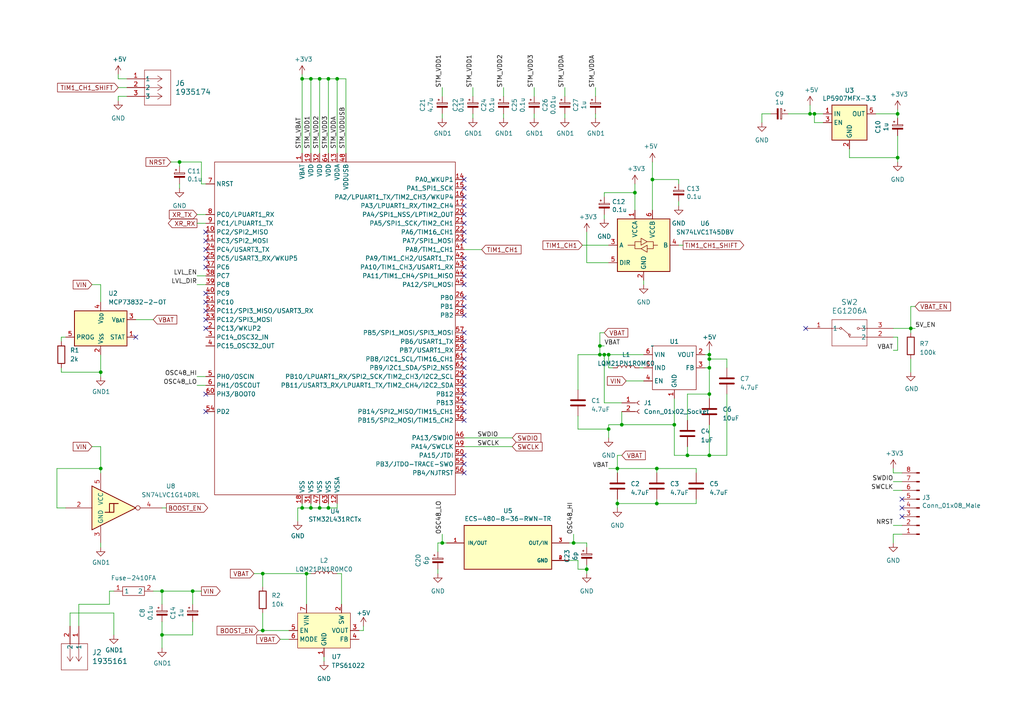
<source format=kicad_sch>
(kicad_sch (version 20231120) (generator "eeschema") (generator_version "8.0")
  (paper "A4")
  (lib_symbols
    (symbol "74xGxx:SN74LVC1G14DRL"
      (property "Reference" "U" (at 0 3.81 0))
      (property "Value" "SN74LVC1G14DRL" (at 0 -3.81 0))
      (symbol "SN74LVC1G14DRL_1_1"
        (pin no_connect line (at -7.62 5.08 180) (length 5.08) hide (name "NC") (number "1"))
        (pin input line (at -15.24 0 0) (length 7.62) (name "~") (number "2"))
        (pin power_in line (at -5.08 -10.16 90) (length 5.08) (name "GND") (number "3"))
        (pin output inverted (at 12.7 0 180) (length 7.62) (name "~") (number "4"))
        (pin power_in line (at -5.08 10.16 270) (length 5.08) (name "VCC") (number "5"))
      )
    )
    (symbol "Battery_Management:MCP73832-2-OT"
      (property "Reference" "U" (at -7.62 6.35 0))
      (property "Value" "MCP73832-2-OT" (at 1.27 6.35 0))
      (symbol "MCP73832-2-OT_1_1"
        (pin open_collector line (at 10.16 -2.54 180) (length 2.54) (name "STAT") (number "1"))
        (pin power_in line (at 0 -7.62 90) (length 2.54) (name "V_{SS}") (number "2"))
        (pin power_out line (at 10.16 2.54 180) (length 2.54) (name "V_{BAT}") (number "3"))
        (pin power_in line (at 0 7.62 270) (length 2.54) (name "V_{DD}") (number "4"))
        (pin input line (at -10.16 -2.54 0) (length 2.54) (name "PROG") (number "5"))
      )
    )
    (symbol "Connector:Conn_01x02_Socket" (pin_names (offset 1.016) hide)
      (property "Reference" "J" (at 0 2.54 0))
      (property "Value" "Conn_01x02_Socket" (at 0 -5.08 0))
      (symbol "Conn_01x02_Socket_1_1"
        (pin passive line (at -5.08 0 0) (length 3.81) (name "Pin_1") (number "1"))
        (pin passive line (at -5.08 -2.54 0) (length 3.81) (name "Pin_2") (number "2"))
      )
    )
    (symbol "Connector:Conn_01x08_Male" (pin_names (offset 1.016) hide)
      (property "Reference" "J" (at 0 10.16 0))
      (property "Value" "Conn_01x08_Male" (at 0 -12.7 0))
      (symbol "Conn_01x08_Male_1_1"
        (pin passive line (at 5.08 7.62 180) (length 3.81) (name "Pin_1") (number "1"))
        (pin passive line (at 5.08 5.08 180) (length 3.81) (name "Pin_2") (number "2"))
        (pin passive line (at 5.08 2.54 180) (length 3.81) (name "Pin_3") (number "3"))
        (pin passive line (at 5.08 0 180) (length 3.81) (name "Pin_4") (number "4"))
        (pin passive line (at 5.08 -2.54 180) (length 3.81) (name "Pin_5") (number "5"))
        (pin passive line (at 5.08 -5.08 180) (length 3.81) (name "Pin_6") (number "6"))
        (pin passive line (at 5.08 -7.62 180) (length 3.81) (name "Pin_7") (number "7"))
        (pin passive line (at 5.08 -10.16 180) (length 3.81) (name "Pin_8") (number "8"))
      )
    )
    (symbol "Converter_DCDC:TPS61022"
      (property "Reference" "U" (at 0 7.62 0))
      (property "Value" "TPS61022" (at 7.62 -7.62 0))
      (symbol "TPS61022_1_1"
        (pin power_in line (at 0 -7.62 90) (length 2.54) (name "GND") (number "1"))
        (pin input line (at 5.08 7.62 270) (length 2.54) (name "SW") (number "2"))
        (pin power_out line (at 10.16 0 180) (length 2.54) (name "VOUT") (number "3"))
        (pin input line (at 10.16 -2.54 180) (length 2.54) (name "FB") (number "4"))
        (pin input line (at -10.16 0 0) (length 2.54) (name "EN") (number "5"))
        (pin input line (at -10.16 -2.54 0) (length 2.54) (name "MODE") (number "6"))
        (pin power_in line (at -5.08 7.62 270) (length 2.54) (name "VIN") (number "7"))
      )
    )
    (symbol "Device:C" (pin_numbers hide) (pin_names (offset 0.254))
      (property "Reference" "C" (at 0.635 2.54 0))
      (property "Value" "C" (at 0.635 -2.54 0))
      (symbol "C_1_1"
        (pin passive line (at 0 3.81 270) (length 2.794) (name "~") (number "1"))
        (pin passive line (at 0 -3.81 90) (length 2.794) (name "~") (number "2"))
      )
    )
    (symbol "Device:L" (pin_numbers hide) (pin_names (offset 1.016) hide)
      (property "Reference" "L" (at -1.27 0 90))
      (property "Value" "L" (at 1.905 0 90))
      (symbol "L_1_1"
        (pin passive line (at 0 3.81 270) (length 1.27) (name "1") (number "1"))
        (pin passive line (at 0 -3.81 90) (length 1.27) (name "2") (number "2"))
      )
    )
    (symbol "Device:R" (pin_numbers hide) (pin_names (offset 0))
      (property "Reference" "R" (at 2.032 0 90))
      (property "Value" "R" (at 0 0 90))
      (symbol "R_1_1"
        (pin passive line (at 0 3.81 270) (length 1.27) (name "~") (number "1"))
        (pin passive line (at 0 -3.81 90) (length 1.27) (name "~") (number "2"))
      )
    )
    (symbol "EG1206A:EG1206A" (pin_names (offset 0.254))
      (property "Reference" "SW" (at 12.7 7.62 0))
      (property "Value" "EG1206A" (at 12.7 5.08 0))
      (symbol "EG1206A_0_1"
        (pin unspecified line (at 0 0 0) (length 7.62) (name "1") (number "1"))
        (pin unspecified line (at 25.4 -2.54 180) (length 7.62) (name "2") (number "2"))
        (pin unspecified line (at 25.4 0 180) (length 7.62) (name "3") (number "3"))
      )
    )
    (symbol "Logic_LevelTranslator:SN74LVC1T45DBV"
      (property "Reference" "U" (at -6.35 8.89 0))
      (property "Value" "SN74LVC1T45DBV" (at 3.81 8.89 0))
      (symbol "SN74LVC1T45DBV_1_1"
        (pin power_in line (at -2.54 10.16 270) (length 2.54) (name "VCCA") (number "1"))
        (pin power_in line (at 0 -10.16 90) (length 2.54) (name "GND") (number "2"))
        (pin bidirectional line (at -10.16 0 0) (length 2.54) (name "A") (number "3"))
        (pin bidirectional line (at 10.16 0 180) (length 2.54) (name "B") (number "4"))
        (pin input line (at -10.16 -5.08 0) (length 2.54) (name "DIR") (number "5"))
        (pin power_in line (at 2.54 10.16 270) (length 2.54) (name "VCCB") (number "6"))
      )
    )
    (symbol "Regulator_Linear:LP5907MFX-3.3"
      (property "Reference" "U" (at -3.81 6.35 0))
      (property "Value" "LP5907MFX-3.3" (at 6.35 6.35 0))
      (symbol "LP5907MFX-3.3_0_1"
        (pin power_in line (at -7.62 2.54 0) (length 2.54) (name "IN") (number "1"))
        (pin power_in line (at 0 -7.62 90) (length 2.54) (name "GND") (number "2"))
        (pin input line (at -7.62 0 0) (length 2.54) (name "EN") (number "3"))
        (pin no_connect line (at 5.08 0 180) (length 2.54) hide (name "NC") (number "4"))
        (pin power_out line (at 7.62 2.54 180) (length 2.54) (name "OUT") (number "5"))
      )
    )
    (symbol "power:+5V" (power) (pin_names (offset 0))
      (property "Value" "+5V" (at 0 3.556 0))
      (symbol "+5V_1_1"
        (pin power_in line (at 0 0 90) (length 0) hide (name "+5V") (number "1"))
      )
    )
    (symbol "power:GND" (power) (pin_names (offset 0))
      (property "Value" "GND" (at 0 -3.81 0))
      (symbol "GND_1_1"
        (pin power_in line (at 0 0 270) (length 0) hide (name "GND") (number "1"))
      )
    )
    (symbol "power:GND1" (power) (pin_names (offset 0))
      (property "Value" "GND1" (at 0 -3.81 0))
      (symbol "GND1_1_1"
        (pin power_in line (at 0 0 270) (length 0) hide (name "GND1") (number "1"))
      )
    )
    (symbol "small_led_driver_v2-rescue:+5V-power" (power) (pin_names (offset 0))
      (property "Value" "power_+5V" (at 0 3.556 0))
      (symbol "+5V-power_1_1"
        (pin power_in line (at 0 0 90) (length 0) hide (name "+5V") (number "1"))
      )
    )
    (symbol "spudglo_driver_v3p1-rescue:+3.3V-power" (power) (pin_names (offset 0))
      (property "Value" "+3.3V-power" (at 0 3.556 0))
      (symbol "+3.3V-power_1_1"
        (pin power_in line (at 0 0 90) (length 0) hide (name "+3V3") (number "1"))
      )
    )
    (symbol "spudglo_driver_v3p1-rescue:CP_Small-Device" (pin_numbers hide) (pin_names (offset 0.254) hide)
      (property "Reference" "C" (at 0.254 1.778 0))
      (property "Value" "CP_Small-Device" (at 0.254 -2.032 0))
      (symbol "CP_Small-Device_1_1"
        (pin passive line (at 0 2.54 270) (length 1.8542) (name "~") (number "1"))
        (pin passive line (at 0 -2.54 90) (length 1.8542) (name "~") (number "2"))
      )
    )
    (symbol "spudglo_driver_v3p1-rescue:ECS-480-8-36-RWN-TR-ECS-480-8-36-RWN-TR" (pin_names (offset 1.016))
      (property "Reference" "Y" (at -12.7254 7.6454 0))
      (property "Value" "ECS-480-8-36-RWN-TR-ECS-480-8-36-RWN-TR" (at -12.7 -7.62 0))
      (symbol "ECS-480-8-36-RWN-TR-ECS-480-8-36-RWN-TR_0_0"
        (pin bidirectional line (at -17.78 2.54 0) (length 5.08) (name "IN/OUT") (number "1"))
        (pin power_in line (at 17.78 -2.54 180) (length 5.08) (name "GND") (number "2"))
        (pin bidirectional line (at 17.78 2.54 180) (length 5.08) (name "OUT/IN") (number "3"))
        (pin power_in line (at 17.78 -2.54 180) (length 5.08) (name "GND") (number "4"))
      )
    )
    (symbol "spudglo_driver_v3p1-rescue:STM32L431RCTx-MCU_ST_STM32L4"
      (property "Reference" "U" (at -6.35 29.21 0))
      (property "Value" "STM32L431RCTx-MCU_ST_STM32L4" (at -8.89 -72.39 0))
      (symbol "STM32L431RCTx-MCU_ST_STM32L4_1_1"
        (pin power_in line (at 16.51 29.21 270) (length 2.54) (name "VBAT") (number "1"))
        (pin bidirectional line (at -11.43 6.35 0) (length 2.54) (name "PC2/SPI2_MISO") (number "10"))
        (pin bidirectional line (at -11.43 3.81 0) (length 2.54) (name "PC3/SPI2_MOSI") (number "11"))
        (pin power_in line (at 26.67 -72.39 90) (length 2.54) (name "VSSA") (number "12"))
        (pin power_in line (at 26.67 29.21 270) (length 2.54) (name "VDDA") (number "13"))
        (pin bidirectional line (at 63.5 21.59 180) (length 2.54) (name "PA0_WKUP1") (number "14"))
        (pin bidirectional line (at 63.5 19.05 180) (length 2.54) (name "PA1_SPI1_SCK") (number "15"))
        (pin bidirectional line (at 63.5 16.51 180) (length 2.54) (name "PA2/LPUART1_TX/TIM2_CH3/WKUP4") (number "16"))
        (pin bidirectional line (at 63.5 13.97 180) (length 2.54) (name "PA3/LPUART1_RX/TIM2_CH4") (number "17"))
        (pin power_in line (at 16.51 -72.39 90) (length 2.54) (name "VSS") (number "18"))
        (pin power_in line (at 19.05 29.21 270) (length 2.54) (name "VDD") (number "19"))
        (pin bidirectional line (at -11.43 -21.59 0) (length 2.54) (name "PC13/WKUP2") (number "2"))
        (pin bidirectional line (at 63.5 11.43 180) (length 2.54) (name "PA4/SPI1_NSS/LPTIM2_OUT") (number "20"))
        (pin bidirectional line (at 63.5 8.89 180) (length 2.54) (name "PA5/SPI1_SCK/TIM2_CH1") (number "21"))
        (pin bidirectional line (at 63.5 6.35 180) (length 2.54) (name "PA6/TIM16_CH1") (number "22"))
        (pin bidirectional line (at 63.5 3.81 180) (length 2.54) (name "PA7/SPI1_MOSI") (number "23"))
        (pin bidirectional line (at -11.43 1.27 0) (length 2.54) (name "PC4/USART3_TX") (number "24"))
        (pin bidirectional line (at -11.43 -1.27 0) (length 2.54) (name "PC5/USART3_RX/WKUP5") (number "25"))
        (pin bidirectional line (at 63.5 -12.7 180) (length 2.54) (name "PB0") (number "26"))
        (pin bidirectional line (at 63.5 -15.24 180) (length 2.54) (name "PB1") (number "27"))
        (pin bidirectional line (at 63.5 -17.78 180) (length 2.54) (name "PB2") (number "28"))
        (pin bidirectional line (at 63.5 -35.56 180) (length 2.54) (name "PB10/LPUART1_RX/SPI2_SCK/TIM2_CH3/I2C2_SCL") (number "29"))
        (pin bidirectional line (at -11.43 -24.13 0) (length 2.54) (name "PC14_OSC32_IN") (number "3"))
        (pin bidirectional line (at 63.5 -38.1 180) (length 2.54) (name "PB11/USART3_RX/LPUART1_TX/TIM2_CH4/I2C2_SDA") (number "30"))
        (pin power_in line (at 19.05 -72.39 90) (length 2.54) (name "VSS") (number "31"))
        (pin power_in line (at 21.59 29.21 270) (length 2.54) (name "VDD") (number "32"))
        (pin bidirectional line (at 63.5 -40.64 180) (length 2.54) (name "PB12") (number "33"))
        (pin bidirectional line (at 63.5 -43.18 180) (length 2.54) (name "PB13") (number "34"))
        (pin bidirectional line (at 63.5 -45.72 180) (length 2.54) (name "PB14/SPI2_MISO/TIM15_CH1") (number "35"))
        (pin bidirectional line (at 63.5 -48.26 180) (length 2.54) (name "PB15/SPI2_MOSI/TIM15_CH2") (number "36"))
        (pin bidirectional line (at -11.43 -3.81 0) (length 2.54) (name "PC6") (number "37"))
        (pin bidirectional line (at -11.43 -6.35 0) (length 2.54) (name "PC7") (number "38"))
        (pin bidirectional line (at -11.43 -8.89 0) (length 2.54) (name "PC8") (number "39"))
        (pin bidirectional line (at -11.43 -26.67 0) (length 2.54) (name "PC15_OSC32_OUT") (number "4"))
        (pin bidirectional line (at -11.43 -11.43 0) (length 2.54) (name "PC9") (number "40"))
        (pin bidirectional line (at 63.5 1.27 180) (length 2.54) (name "PA8/TIM1_CH1") (number "41"))
        (pin bidirectional line (at 63.5 -1.27 180) (length 2.54) (name "PA9/TIM1_CH2/USART1_TX") (number "42"))
        (pin bidirectional line (at 63.5 -3.81 180) (length 2.54) (name "PA10/TIM1_CH3/USART1_RX") (number "43"))
        (pin bidirectional line (at 63.5 -6.35 180) (length 2.54) (name "PA11/TIM1_CH4/SPI1_MISO") (number "44"))
        (pin bidirectional line (at 63.5 -8.89 180) (length 2.54) (name "PA12/SPI_MOSI") (number "45"))
        (pin bidirectional line (at 63.5 -53.34 180) (length 2.54) (name "PA13/SWDIO") (number "46"))
        (pin power_in line (at 21.59 -72.39 90) (length 2.54) (name "VSS") (number "47"))
        (pin power_in line (at 29.21 29.21 270) (length 2.54) (name "VDDUSB") (number "48"))
        (pin bidirectional line (at 63.5 -55.88 180) (length 2.54) (name "PA14/SWCLK") (number "49"))
        (pin input line (at -11.43 -35.56 0) (length 2.54) (name "PH0/OSCIN") (number "5"))
        (pin bidirectional line (at 63.5 -58.42 180) (length 2.54) (name "PA15/JTDI") (number "50"))
        (pin bidirectional line (at -11.43 -13.97 0) (length 2.54) (name "PC10") (number "51"))
        (pin bidirectional line (at -11.43 -16.51 0) (length 2.54) (name "PC11/SPI3_MISO/USART3_RX") (number "52"))
        (pin bidirectional line (at -11.43 -19.05 0) (length 2.54) (name "PC12/SPI3_MOSI") (number "53"))
        (pin bidirectional line (at -11.43 -45.72 0) (length 2.54) (name "PD2") (number "54"))
        (pin bidirectional line (at 63.5 -60.96 180) (length 2.54) (name "PB3/JTDO-TRACE-SWO") (number "55"))
        (pin bidirectional line (at 63.5 -63.5 180) (length 2.54) (name "PB4/NJTRST") (number "56"))
        (pin bidirectional line (at 63.5 -22.86 180) (length 2.54) (name "PB5/SPI1_MOSI/SPI3_MOSI") (number "57"))
        (pin bidirectional line (at 63.5 -25.4 180) (length 2.54) (name "PB6/USART1_TX") (number "58"))
        (pin bidirectional line (at 63.5 -27.94 180) (length 2.54) (name "PB7/USART1_RX") (number "59"))
        (pin input line (at -11.43 -38.1 0) (length 2.54) (name "PH1/OSCOUT") (number "6"))
        (pin bidirectional line (at -11.43 -40.64 0) (length 2.54) (name "PH3/BOOT0") (number "60"))
        (pin bidirectional line (at 63.5 -30.48 180) (length 2.54) (name "PB8/I2C1_SCL/TIM16_CH1") (number "61"))
        (pin bidirectional line (at 63.5 -33.02 180) (length 2.54) (name "PB9/I2C1_SDA/SPI2_NSS") (number "62"))
        (pin power_in line (at 24.13 -72.39 90) (length 2.54) (name "VSS") (number "63"))
        (pin power_in line (at 24.13 29.21 270) (length 2.54) (name "VDD") (number "64"))
        (pin input line (at -11.43 20.32 0) (length 2.54) (name "NRST") (number "7"))
        (pin bidirectional line (at -11.43 11.43 0) (length 2.54) (name "PC0/LPUART1_RX") (number "8"))
        (pin bidirectional line (at -11.43 8.89 0) (length 2.54) (name "PC1/LPUART1_TX") (number "9"))
      )
    )
    (symbol "srw:TPS61240DRVR"
      (property "Reference" "U" (at -1.27 1.27 0))
      (symbol "TPS61240DRVR_1_1"
        (pin input line (at 6.35 -15.24 90) (length 2.54) (name "GND") (number "1"))
        (pin input line (at 15.24 -2.54 180) (length 2.54) (name "VOUT") (number "2"))
        (pin input line (at 15.24 -6.35 180) (length 2.54) (name "FB") (number "3"))
        (pin input line (at -2.54 -10.16 0) (length 2.54) (name "EN") (number "4"))
        (pin input line (at -2.54 -6.35 0) (length 2.54) (name "IND") (number "5"))
        (pin input line (at -2.54 -2.54 0) (length 2.54) (name "VIN") (number "6"))
      )
    )
    (symbol "srw_custom:1935161" (pin_names (offset 0.254))
      (property "Reference" "J" (at 8.89 6.35 0))
      (property "Value" "1935161" (at 0 0 0))
      (symbol "1935161_1_1"
        (pin unspecified line (at 0 0 0) (length 5.08) (name "1") (number "1"))
        (pin unspecified line (at 0 -2.54 0) (length 5.08) (name "2") (number "2"))
      )
      (symbol "1935161_1_2"
        (pin unspecified line (at 0 0 0) (length 5.08) (name "1") (number "1"))
        (pin unspecified line (at 0 -2.54 0) (length 5.08) (name "2") (number "2"))
      )
    )
    (symbol "srw_custom:1935174" (pin_names (offset 0.254))
      (property "Reference" "J" (at 8.89 6.35 0))
      (property "Value" "1935174" (at 0 0 0))
      (symbol "1935174_1_1"
        (pin unspecified line (at 0 0 0) (length 5.08) (name "1") (number "1"))
        (pin unspecified line (at 0 -2.54 0) (length 5.08) (name "2") (number "2"))
        (pin unspecified line (at 0 -5.08 0) (length 5.08) (name "3") (number "3"))
      )
      (symbol "1935174_1_2"
        (pin unspecified line (at 0 0 0) (length 5.08) (name "1") (number "1"))
        (pin unspecified line (at 0 -2.54 0) (length 5.08) (name "2") (number "2"))
        (pin unspecified line (at 0 -5.08 0) (length 5.08) (name "3") (number "3"))
      )
    )
    (symbol "srw_custom:Fuse-2410FA"
      (property "Reference" "F" (at 0 0 0))
      (property "Value" "Fuse-2410FA" (at 0 2.54 0))
      (symbol "Fuse-2410FA_1_1"
        (pin input line (at -2.54 -3.81 0) (length 2.54) (name "1") (number "1"))
        (pin input line (at 8.89 -3.81 180) (length 2.54) (name "2") (number "2"))
      )
    )
  )
  (junction (at 199.39 132.08))
  (junction (at 205.74 114.3))
  (junction (at 179.07 135.89))
  (junction (at 205.74 102.87))
  (junction (at 76.2 182.88))
  (junction (at 190.5 146.05))
  (junction (at 179.07 146.05))
  (junction (at 55.88 171.45))
  (junction (at 52.07 46.99))
  (junction (at 166.37 157.48))
  (junction (at 173.99 100.33))
  (junction (at 260.35 33.02))
  (junction (at 205.74 106.68))
  (junction (at 97.79 22.86))
  (junction (at 184.15 55.88))
  (junction (at 46.99 171.45))
  (junction (at 189.23 52.07))
  (junction (at 260.35 45.72))
  (junction (at 234.95 33.02))
  (junction (at 190.5 135.89))
  (junction (at 29.21 135.89))
  (junction (at 87.63 147.32))
  (junction (at 176.53 124.46))
  (junction (at 76.2 166.37))
  (junction (at 92.71 22.86))
  (junction (at 180.34 123.19))
  (junction (at 46.99 184.15))
  (junction (at 173.99 102.87))
  (junction (at 205.74 132.08))
  (junction (at 205.74 104.14))
  (junction (at 29.21 107.95))
  (junction (at 175.26 102.87))
  (junction (at 88.9 166.37))
  (junction (at 264.16 95.25))
  (junction (at 90.17 147.32))
  (junction (at 95.25 147.32))
  (junction (at 90.17 22.86))
  (junction (at 236.22 33.02))
  (junction (at 170.18 165.1))
  (junction (at 195.58 123.19))
  (junction (at 87.63 22.86))
  (junction (at 95.25 22.86))
  (junction (at 176.53 102.87))
  (junction (at 128.27 157.48))
  (junction (at 92.71 147.32))
  (no_connect (at 134.62 114.3))
  (no_connect (at 261.62 144.78))
  (no_connect (at 134.62 119.38))
  (no_connect (at 59.69 67.31))
  (no_connect (at 59.69 87.63))
  (no_connect (at 134.62 101.6))
  (no_connect (at 134.62 67.31))
  (no_connect (at 134.62 52.07))
  (no_connect (at 134.62 57.15))
  (no_connect (at 134.62 88.9))
  (no_connect (at 134.62 91.44))
  (no_connect (at 59.69 92.71))
  (no_connect (at 59.69 85.09))
  (no_connect (at 261.62 149.86))
  (no_connect (at 134.62 106.68))
  (no_connect (at 134.62 134.62))
  (no_connect (at 233.68 95.25))
  (no_connect (at 134.62 59.69))
  (no_connect (at 134.62 109.22))
  (no_connect (at 134.62 99.06))
  (no_connect (at 134.62 96.52))
  (no_connect (at 134.62 111.76))
  (no_connect (at 134.62 137.16))
  (no_connect (at 59.69 77.47))
  (no_connect (at 39.37 97.79))
  (no_connect (at 59.69 90.17))
  (no_connect (at 134.62 64.77))
  (no_connect (at 59.69 69.85))
  (no_connect (at 134.62 74.93))
  (no_connect (at 134.62 62.23))
  (no_connect (at 134.62 116.84))
  (no_connect (at 134.62 80.01))
  (no_connect (at 59.69 95.25))
  (no_connect (at 134.62 82.55))
  (no_connect (at 134.62 104.14))
  (no_connect (at 134.62 86.36))
  (no_connect (at 261.62 147.32))
  (no_connect (at 59.69 72.39))
  (no_connect (at 134.62 54.61))
  (no_connect (at 134.62 132.08))
  (no_connect (at 134.62 69.85))
  (no_connect (at 59.69 74.93))
  (no_connect (at 59.69 119.38))
  (no_connect (at 59.69 114.3))
  (no_connect (at 134.62 77.47))
  (no_connect (at 134.62 121.92))
  (wire (pts (xy 179.07 135.89) (xy 179.07 137.16)))
  (wire (pts (xy 17.78 97.79) (xy 19.05 97.79)))
  (wire (pts (xy 168.91 71.12) (xy 176.53 71.12)))
  (wire (pts (xy 146.05 25.4) (xy 146.05 27.94)))
  (wire (pts (xy 167.64 162.56) (xy 167.64 165.1)))
  (wire (pts (xy 57.15 62.23) (xy 59.69 62.23)))
  (wire (pts (xy 87.63 22.86) (xy 87.63 44.45)))
  (wire (pts (xy 189.23 52.07) (xy 189.23 60.96)))
  (wire (pts (xy 57.15 109.22) (xy 59.69 109.22)))
  (wire (pts (xy 76.2 182.88) (xy 83.82 182.88)))
  (wire (pts (xy 175.26 116.84) (xy 180.34 116.84)))
  (wire (pts (xy 196.85 59.69) (xy 196.85 58.42)))
  (wire (pts (xy 31.75 175.26) (xy 31.75 171.45)))
  (wire (pts (xy 205.74 106.68) (xy 205.74 114.3)))
  (wire (pts (xy 90.17 22.86) (xy 92.71 22.86)))
  (wire (pts (xy 246.38 43.18) (xy 246.38 45.72)))
  (wire (pts (xy 176.53 123.19) (xy 176.53 124.46)))
  (wire (pts (xy 52.07 48.26) (xy 52.07 46.99)))
  (wire (pts (xy 190.5 135.89) (xy 179.07 135.89)))
  (wire (pts (xy 90.17 147.32) (xy 92.71 147.32)))
  (wire (pts (xy 55.88 180.34) (xy 55.88 184.15)))
  (wire (pts (xy 204.47 106.68) (xy 205.74 106.68)))
  (wire (pts (xy 201.93 146.05) (xy 190.5 146.05)))
  (wire (pts (xy 201.93 137.16) (xy 201.93 135.89)))
  (wire (pts (xy 95.25 147.32) (xy 97.79 147.32)))
  (wire (pts (xy 179.07 146.05) (xy 179.07 147.32)))
  (wire (pts (xy 175.26 102.87) (xy 175.26 116.84)))
  (wire (pts (xy 176.53 135.89) (xy 179.07 135.89)))
  (wire (pts (xy 195.58 132.08) (xy 199.39 132.08)))
  (wire (pts (xy 137.16 25.4) (xy 137.16 27.94)))
  (wire (pts (xy 166.37 157.48) (xy 165.1 157.48)))
  (wire (pts (xy 236.22 35.56) (xy 236.22 33.02)))
  (wire (pts (xy 259.08 137.16) (xy 259.08 135.89)))
  (wire (pts (xy 34.29 27.94) (xy 36.83 27.94)))
  (wire (pts (xy 95.25 146.05) (xy 95.25 147.32)))
  (wire (pts (xy 92.71 22.86) (xy 95.25 22.86)))
  (wire (pts (xy 167.64 165.1) (xy 170.18 165.1)))
  (wire (pts (xy 22.86 175.26) (xy 31.75 175.26)))
  (wire (pts (xy 264.16 95.25) (xy 264.16 96.52)))
  (wire (pts (xy 87.63 21.59) (xy 87.63 22.86)))
  (wire (pts (xy 264.16 104.14) (xy 264.16 107.95)))
  (wire (pts (xy 246.38 45.72) (xy 260.35 45.72)))
  (wire (pts (xy 204.47 102.87) (xy 205.74 102.87)))
  (wire (pts (xy 189.23 46.99) (xy 189.23 52.07)))
  (wire (pts (xy 264.16 95.25) (xy 264.16 88.9)))
  (wire (pts (xy 170.18 165.1) (xy 170.18 163.83)))
  (wire (pts (xy 173.99 96.52) (xy 173.99 100.33)))
  (wire (pts (xy 88.9 166.37) (xy 88.9 175.26)))
  (wire (pts (xy 59.69 53.34) (xy 58.42 53.34)))
  (wire (pts (xy 34.29 21.59) (xy 34.29 22.86)))
  (wire (pts (xy 99.06 175.26) (xy 99.06 166.37)))
  (wire (pts (xy 29.21 87.63) (xy 29.21 82.55)))
  (wire (pts (xy 205.74 102.87) (xy 205.74 101.6)))
  (wire (pts (xy 210.82 114.3) (xy 210.82 132.08)))
  (wire (pts (xy 179.07 132.08) (xy 180.34 132.08)))
  (wire (pts (xy 205.74 132.08) (xy 210.82 132.08)))
  (wire (pts (xy 259.08 101.6) (xy 260.35 101.6)))
  (wire (pts (xy 46.99 171.45) (xy 55.88 171.45)))
  (wire (pts (xy 260.35 39.37) (xy 260.35 45.72)))
  (wire (pts (xy 31.75 171.45) (xy 33.02 171.45)))
  (wire (pts (xy 196.85 53.34) (xy 196.85 52.07)))
  (wire (pts (xy 97.79 22.86) (xy 100.33 22.86)))
  (wire (pts (xy 259.08 97.79) (xy 260.35 97.79)))
  (wire (pts (xy 170.18 67.31) (xy 170.18 76.2)))
  (wire (pts (xy 260.35 34.29) (xy 260.35 33.02)))
  (wire (pts (xy 29.21 102.87) (xy 29.21 107.95)))
  (wire (pts (xy 176.53 124.46) (xy 176.53 127)))
  (wire (pts (xy 128.27 154.94) (xy 128.27 157.48)))
  (wire (pts (xy 46.99 147.32) (xy 48.26 147.32)))
  (wire (pts (xy 175.26 102.87) (xy 176.53 102.87)))
  (wire (pts (xy 92.71 22.86) (xy 92.71 44.45)))
  (wire (pts (xy 176.53 123.19) (xy 180.34 123.19)))
  (wire (pts (xy 29.21 107.95) (xy 29.21 109.22)))
  (wire (pts (xy 205.74 104.14) (xy 205.74 102.87)))
  (wire (pts (xy 86.36 151.13) (xy 86.36 147.32)))
  (wire (pts (xy 86.36 147.32) (xy 87.63 147.32)))
  (wire (pts (xy 29.21 137.16) (xy 29.21 135.89)))
  (wire (pts (xy 29.21 135.89) (xy 29.21 129.54)))
  (wire (pts (xy 238.76 35.56) (xy 236.22 35.56)))
  (wire (pts (xy 190.5 144.78) (xy 190.5 146.05)))
  (wire (pts (xy 134.62 72.39) (xy 139.7 72.39)))
  (wire (pts (xy 180.34 123.19) (xy 195.58 123.19)))
  (wire (pts (xy 220.98 33.02) (xy 220.98 35.56)))
  (wire (pts (xy 167.64 102.87) (xy 173.99 102.87)))
  (wire (pts (xy 90.17 146.05) (xy 90.17 147.32)))
  (wire (pts (xy 175.26 57.15) (xy 175.26 55.88)))
  (wire (pts (xy 128.27 34.29) (xy 128.27 33.02)))
  (wire (pts (xy 179.07 135.89) (xy 179.07 132.08)))
  (wire (pts (xy 199.39 132.08) (xy 205.74 132.08)))
  (wire (pts (xy 76.2 177.8) (xy 76.2 182.88)))
  (wire (pts (xy 34.29 25.4) (xy 36.83 25.4)))
  (wire (pts (xy 175.26 55.88) (xy 184.15 55.88)))
  (wire (pts (xy 234.95 33.02) (xy 228.6 33.02)))
  (wire (pts (xy 260.35 45.72) (xy 260.35 46.99)))
  (wire (pts (xy 261.62 154.94) (xy 259.08 154.94)))
  (wire (pts (xy 99.06 166.37) (xy 97.79 166.37)))
  (wire (pts (xy 259.08 154.94) (xy 259.08 157.48)))
  (wire (pts (xy 17.78 99.06) (xy 17.78 97.79)))
  (wire (pts (xy 176.53 106.68) (xy 177.8 106.68)))
  (wire (pts (xy 196.85 52.07) (xy 189.23 52.07)))
  (wire (pts (xy 76.2 166.37) (xy 88.9 166.37)))
  (wire (pts (xy 170.18 157.48) (xy 166.37 157.48)))
  (wire (pts (xy 210.82 104.14) (xy 205.74 104.14)))
  (wire (pts (xy 29.21 157.48) (xy 29.21 158.75)))
  (wire (pts (xy 57.15 111.76) (xy 59.69 111.76)))
  (wire (pts (xy 201.93 135.89) (xy 190.5 135.89)))
  (wire (pts (xy 167.64 120.65) (xy 167.64 124.46)))
  (wire (pts (xy 264.16 95.25) (xy 265.43 95.25)))
  (wire (pts (xy 163.83 25.4) (xy 163.83 27.94)))
  (wire (pts (xy 154.94 34.29) (xy 154.94 33.02)))
  (wire (pts (xy 259.08 95.25) (xy 264.16 95.25)))
  (wire (pts (xy 184.15 53.34) (xy 184.15 55.88)))
  (wire (pts (xy 163.83 34.29) (xy 163.83 33.02)))
  (wire (pts (xy 129.54 157.48) (xy 128.27 157.48)))
  (wire (pts (xy 127 166.37) (xy 127 165.1)))
  (wire (pts (xy 179.07 144.78) (xy 179.07 146.05)))
  (wire (pts (xy 190.5 137.16) (xy 190.5 135.89)))
  (wire (pts (xy 44.45 171.45) (xy 46.99 171.45)))
  (wire (pts (xy 20.32 177.8) (xy 33.02 177.8)))
  (wire (pts (xy 127 157.48) (xy 127 160.02)))
  (wire (pts (xy 137.16 34.29) (xy 137.16 33.02)))
  (wire (pts (xy 195.58 115.57) (xy 195.58 123.19)))
  (wire (pts (xy 210.82 106.68) (xy 210.82 104.14)))
  (wire (pts (xy 205.74 114.3) (xy 205.74 115.57)))
  (wire (pts (xy 104.14 182.88) (xy 105.41 182.88)))
  (wire (pts (xy 92.71 147.32) (xy 92.71 146.05)))
  (wire (pts (xy 134.62 129.54) (xy 148.59 129.54)))
  (wire (pts (xy 154.94 25.4) (xy 154.94 27.94)))
  (wire (pts (xy 172.72 34.29) (xy 172.72 33.02)))
  (wire (pts (xy 90.17 22.86) (xy 90.17 44.45)))
  (wire (pts (xy 170.18 166.37) (xy 170.18 165.1)))
  (wire (pts (xy 55.88 171.45) (xy 58.42 171.45)))
  (wire (pts (xy 16.51 135.89) (xy 29.21 135.89)))
  (wire (pts (xy 173.99 100.33) (xy 175.26 100.33)))
  (wire (pts (xy 181.61 110.49) (xy 186.69 110.49)))
  (wire (pts (xy 236.22 33.02) (xy 234.95 33.02)))
  (wire (pts (xy 33.02 177.8) (xy 33.02 184.15)))
  (wire (pts (xy 185.42 106.68) (xy 186.69 106.68)))
  (wire (pts (xy 134.62 127) (xy 148.59 127)))
  (wire (pts (xy 259.08 142.24) (xy 261.62 142.24)))
  (wire (pts (xy 184.15 55.88) (xy 184.15 60.96)))
  (wire (pts (xy 39.37 92.71) (xy 44.45 92.71)))
  (wire (pts (xy 87.63 147.32) (xy 87.63 146.05)))
  (wire (pts (xy 87.63 147.32) (xy 90.17 147.32)))
  (wire (pts (xy 201.93 144.78) (xy 201.93 146.05)))
  (wire (pts (xy 196.85 71.12) (xy 198.12 71.12)))
  (wire (pts (xy 29.21 129.54) (xy 26.67 129.54)))
  (wire (pts (xy 128.27 157.48) (xy 127 157.48)))
  (wire (pts (xy 22.86 181.61) (xy 22.86 175.26)))
  (wire (pts (xy 57.15 80.01) (xy 59.69 80.01)))
  (wire (pts (xy 95.25 22.86) (xy 97.79 22.86)))
  (wire (pts (xy 146.05 34.29) (xy 146.05 33.02)))
  (wire (pts (xy 88.9 166.37) (xy 90.17 166.37)))
  (wire (pts (xy 260.35 33.02) (xy 260.35 31.75)))
  (wire (pts (xy 105.41 182.88) (xy 105.41 181.61)))
  (wire (pts (xy 81.28 185.42) (xy 83.82 185.42)))
  (wire (pts (xy 46.99 184.15) (xy 55.88 184.15)))
  (wire (pts (xy 95.25 22.86) (xy 95.25 44.45)))
  (wire (pts (xy 261.62 137.16) (xy 259.08 137.16)))
  (wire (pts (xy 176.53 76.2) (xy 170.18 76.2)))
  (wire (pts (xy 100.33 22.86) (xy 100.33 44.45)))
  (wire (pts (xy 52.07 54.61) (xy 52.07 53.34)))
  (wire (pts (xy 186.69 102.87) (xy 176.53 102.87)))
  (wire (pts (xy 175.26 63.5) (xy 175.26 62.23)))
  (wire (pts (xy 180.34 119.38) (xy 180.34 123.19)))
  (wire (pts (xy 34.29 22.86) (xy 36.83 22.86)))
  (wire (pts (xy 20.32 177.8) (xy 20.32 181.61)))
  (wire (pts (xy 205.74 106.68) (xy 205.74 104.14)))
  (wire (pts (xy 195.58 132.08) (xy 195.58 123.19)))
  (wire (pts (xy 199.39 129.54) (xy 199.39 132.08)))
  (wire (pts (xy 128.27 25.4) (xy 128.27 27.94)))
  (wire (pts (xy 167.64 124.46) (xy 176.53 124.46)))
  (wire (pts (xy 167.64 113.03) (xy 167.64 102.87)))
  (wire (pts (xy 97.79 147.32) (xy 97.79 146.05)))
  (wire (pts (xy 173.99 102.87) (xy 175.26 102.87)))
  (wire (pts (xy 170.18 158.75) (xy 170.18 157.48)))
  (wire (pts (xy 57.15 64.77) (xy 59.69 64.77)))
  (wire (pts (xy 205.74 123.19) (xy 205.74 132.08)))
  (wire (pts (xy 34.29 27.94) (xy 34.29 29.21)))
  (wire (pts (xy 172.72 25.4) (xy 172.72 27.94)))
  (wire (pts (xy 260.35 33.02) (xy 254 33.02)))
  (wire (pts (xy 166.37 154.94) (xy 166.37 157.48)))
  (wire (pts (xy 74.93 182.88) (xy 76.2 182.88)))
  (wire (pts (xy 73.66 166.37) (xy 76.2 166.37)))
  (wire (pts (xy 186.69 81.28) (xy 186.69 82.55)))
  (wire (pts (xy 87.63 22.86) (xy 90.17 22.86)))
  (wire (pts (xy 238.76 33.02) (xy 236.22 33.02)))
  (wire (pts (xy 46.99 184.15) (xy 46.99 187.96)))
  (wire (pts (xy 165.1 162.56) (xy 167.64 162.56)))
  (wire (pts (xy 17.78 107.95) (xy 29.21 107.95)))
  (wire (pts (xy 16.51 147.32) (xy 16.51 135.89)))
  (wire (pts (xy 234.95 30.48) (xy 234.95 33.02)))
  (wire (pts (xy 58.42 53.34) (xy 58.42 46.99)))
  (wire (pts (xy 55.88 171.45) (xy 55.88 175.26)))
  (wire (pts (xy 29.21 82.55) (xy 26.67 82.55)))
  (wire (pts (xy 259.08 152.4) (xy 261.62 152.4)))
  (wire (pts (xy 76.2 166.37) (xy 76.2 170.18)))
  (wire (pts (xy 179.07 146.05) (xy 190.5 146.05)))
  (wire (pts (xy 264.16 88.9) (xy 265.43 88.9)))
  (wire (pts (xy 93.98 190.5) (xy 93.98 191.77)))
  (wire (pts (xy 58.42 46.99) (xy 52.07 46.99)))
  (wire (pts (xy 97.79 22.86) (xy 97.79 44.45)))
  (wire (pts (xy 173.99 100.33) (xy 173.99 102.87)))
  (wire (pts (xy 199.39 114.3) (xy 205.74 114.3)))
  (wire (pts (xy 46.99 180.34) (xy 46.99 184.15)))
  (wire (pts (xy 46.99 171.45) (xy 46.99 175.26)))
  (wire (pts (xy 92.71 147.32) (xy 95.25 147.32)))
  (wire (pts (xy 17.78 106.68) (xy 17.78 107.95)))
  (wire (pts (xy 57.15 82.55) (xy 59.69 82.55)))
  (wire (pts (xy 220.98 33.02) (xy 223.52 33.02)))
  (wire (pts (xy 175.26 96.52) (xy 173.99 96.52)))
  (wire (pts (xy 259.08 139.7) (xy 261.62 139.7)))
  (wire (pts (xy 176.53 102.87) (xy 176.53 106.68)))
  (wire (pts (xy 199.39 121.92) (xy 199.39 114.3)))
  (wire (pts (xy 260.35 97.79) (xy 260.35 101.6)))
  (wire (pts (xy 19.05 147.32) (xy 16.51 147.32)))
  (wire (pts (xy 49.53 46.99) (xy 52.07 46.99)))
  (rectangle (start 43.18 218.44) (end 109.22 247.65) (stroke (width 0) (type dot)))
  (text "Input power\n" (at 48.514 216.662 0) (effects (font (size 1.27 1.27))))
  (label "VBAT" (at 175.26 100.33 0))
  (label "STM_VDD2" (at 146.05 25.4 90))
  (label "LVL_EN" (at 57.15 80.01 180))
  (label "STM_VDDA" (at 172.72 25.4 90))
  (label "STM_VDD1" (at 128.27 25.4 90))
  (label "SWDIO" (at 138.43 127 0))
  (label "STM_VDDUSB" (at 100.33 43.18 90))
  (label "STM_VBAT" (at 87.63 43.18 90))
  (label "STM_VDD3" (at 154.94 25.4 90))
  (label "STM_VDD1" (at 137.16 25.4 90))
  (label "STM_VDDA" (at 163.83 25.4 90))
  (label "LVL_DIR" (at 57.15 82.55 180))
  (label "STM_VDD3" (at 95.25 43.18 90))
  (label "OSC48_LO" (at 57.15 111.76 180))
  (label "VBAT" (at 176.53 135.89 180))
  (label "SWDIO" (at 259.08 139.7 180))
  (label "SWCLK" (at 138.43 129.54 0))
  (label "STM_VDD2" (at 92.71 43.18 90))
  (label "OSC48_HI" (at 166.37 154.94 90))
  (label "OSC48_LO" (at 128.27 154.94 90))
  (label "5V_EN" (at 265.43 95.25 0))
  (label "STM_VDDA" (at 97.79 43.18 90))
  (label "NRST" (at 259.08 152.4 180))
  (label "STM_VDD1" (at 90.17 43.18 90))
  (label "VBAT" (at 259.08 101.6 180))
  (label "OSC48_HI" (at 57.15 109.22 180))
  (label "SWCLK" (at 259.08 142.24 180))
  (global_label "SWDIO" (shape input) (at 148.59 127 0) (property "Intersheetrefs" "${INTERSHEET_REFS}" (effects (hide yes))))
  (global_label "BOOST_EN" (shape input) (at 74.93 182.88 180) (property "Intersheetrefs" "${INTERSHEET_REFS}" (effects (hide yes))))
  (global_label "TIM1_CH1" (shape input) (at 168.91 71.12 180) (property "Intersheetrefs" "${INTERSHEET_REFS}" (effects (hide yes))))
  (global_label "VBAT_EN" (shape input) (at 265.43 88.9 0) (property "Intersheetrefs" "${INTERSHEET_REFS}" (effects (hide yes))))
  (global_label "BOOST_EN" (shape output) (at 48.26 147.32 0) (property "Intersheetrefs" "${INTERSHEET_REFS}" (effects (hide yes))))
  (global_label "VBAT" (shape input) (at 81.28 185.42 180) (property "Intersheetrefs" "${INTERSHEET_REFS}" (effects (hide yes))))
  (global_label "VBAT" (shape input) (at 180.34 132.08 0) (property "Intersheetrefs" "${INTERSHEET_REFS}" (effects (hide yes))))
  (global_label "VIN" (shape input) (at 26.67 82.55 180) (property "Intersheetrefs" "${INTERSHEET_REFS}" (effects (hide yes))))
  (global_label "VIN" (shape input) (at 181.61 110.49 180) (property "Intersheetrefs" "${INTERSHEET_REFS}" (effects (hide yes))))
  (global_label "XR_TX" (shape input) (at 57.15 62.23 180) (property "Intersheetrefs" "${INTERSHEET_REFS}" (effects (hide yes))))
  (global_label "VIN" (shape input) (at 26.67 129.54 180) (property "Intersheetrefs" "${INTERSHEET_REFS}" (effects (hide yes))))
  (global_label "TIM1_CH1_SHIFT" (shape output) (at 198.12 71.12 0) (property "Intersheetrefs" "${INTERSHEET_REFS}" (effects (hide yes))))
  (global_label "TIM1_CH1_SHIFT" (shape input) (at 34.29 25.4 180) (property "Intersheetrefs" "${INTERSHEET_REFS}" (effects (hide yes))))
  (global_label "NRST" (shape input) (at 49.53 46.99 180) (property "Intersheetrefs" "${INTERSHEET_REFS}" (effects (hide yes))))
  (global_label "SWCLK" (shape input) (at 148.59 129.54 0) (property "Intersheetrefs" "${INTERSHEET_REFS}" (effects (hide yes))))
  (global_label "TIM1_CH1" (shape input) (at 139.7 72.39 0) (property "Intersheetrefs" "${INTERSHEET_REFS}" (effects (hide yes))))
  (global_label "VBAT" (shape input) (at 175.26 96.52 0) (property "Intersheetrefs" "${INTERSHEET_REFS}" (effects (hide yes))))
  (global_label "VBAT" (shape input) (at 44.45 92.71 0) (property "Intersheetrefs" "${INTERSHEET_REFS}" (effects (hide yes))))
  (global_label "VBAT" (shape input) (at 73.66 166.37 180) (property "Intersheetrefs" "${INTERSHEET_REFS}" (effects (hide yes))))
  (global_label "VIN" (shape output) (at 58.42 171.45 0) (property "Intersheetrefs" "${INTERSHEET_REFS}" (effects (hide yes))))
  (global_label "XR_RX" (shape output) (at 57.15 64.77 180) (property "Intersheetrefs" "${INTERSHEET_REFS}" (effects (hide yes))))
  (symbol (lib_id "power:+5V") (at 234.95 30.48 0) (unit 1)
    (property "Reference" "#PWR011" (effects (hide yes)))
    (property "Value" "+5V" (at 235.331 26.0858 0))
  )
  (symbol (lib_id "power:GND1") (at 29.21 109.22 0) (unit 1)
    (property "Reference" "#PWR09" (effects (hide yes)))
    (property "Value" "GND1" (at 29.337 113.6142 0))
  )
  (symbol (lib_id "spudglo_driver_v3p1-rescue:CP_Small-Device") (at 175.26 59.69 0) (unit 1)
    (property "Reference" "C12" (at 177.4952 58.5216 0) (effects (justify left)))
    (property "Value" "0.1u" (at 177.4952 60.833 0) (effects (justify left)))
    (property "Footprint" "Capacitor_SMD:C_0402_1005Metric" (effects (hide yes)))
  )
  (symbol (lib_id "Device:R") (at 76.2 173.99 0) (unit 1)
    (property "Reference" "R2" (at 78.74 172.7199 0) (effects (justify left)))
    (property "Value" "10k" (at 78.74 175.2599 0) (effects (justify left)))
    (property "Footprint" "Resistor_SMD:R_0402_1005Metric" (effects (hide yes)))
  )
  (symbol (lib_id "power:+5V") (at 105.41 181.61 0) (unit 1)
    (property "Reference" "#PWR027" (effects (hide yes)))
    (property "Value" "+5V" (at 105.41 177.8 0))
  )
  (symbol (lib_id "Converter_DCDC:TPS61022") (at 93.98 182.88 0) (unit 1)
    (property "Reference" "U7" (at 96.1741 190.5 0) (effects (justify left)))
    (property "Value" "TPS61022" (at 96.1741 193.04 0) (effects (justify left)))
    (property "Footprint" "Package_DFN_QFN:Texas_RWU0007A_VQFN-7_2x2mm_P0.5mm" (effects (hide yes)))
    (property "Datasheet" "https://www.ti.com/lit/ds/symlink/tps61022.pdf" (effects (hide yes)))
    (property "Description" "8A Boost Converter, 0.5-5.5 V input, 2.2-5.5V output, Texas RWU0007A VQFN-7" (effects (hide yes)))
  )
  (symbol (lib_id "Device:C") (at 205.74 119.38 0) (unit 1)
    (property "Reference" "C6" (at 209.55 118.745 0) (effects (justify left)))
    (property "Value" "10uF" (at 209.55 121.285 0) (effects (justify left)))
    (property "Footprint" "Capacitor_SMD:C_0402_1005Metric" (effects (hide yes)))
  )
  (symbol (lib_id "spudglo_driver_v3p1-rescue:CP_Small-Device") (at 55.88 177.8 0) (unit 1)
    (property "Reference" "C14" (at 50.165 177.8 90))
    (property "Value" "1u" (at 52.4764 177.8 90))
    (property "Footprint" "Capacitor_SMD:C_0603_1608Metric_Pad1.08x0.95mm_HandSolder" (effects (hide yes)))
  )
  (symbol (lib_id "power:GND") (at 220.98 35.56 0) (unit 1)
    (property "Reference" "#PWR010" (effects (hide yes)))
    (property "Value" "GND" (at 220.98 40.64 0))
  )
  (symbol (lib_id "srw:TPS61240DRVR") (at 189.23 100.33 0) (unit 1)
    (property "Reference" "U1" (at 195.58 99.06 0))
    (property "Value" "~" (at 189.23 100.33 0))
    (property "Footprint" "Package_DFN_QFN:DFN-6-1EP_2x2mm_P0.65mm_EP1x1.6mm" (effects (hide yes)))
  )
  (symbol (lib_id "Device:C") (at 167.64 116.84 0) (unit 1)
    (property "Reference" "C1" (at 171.45 116.205 0) (effects (justify left)))
    (property "Value" "4.7uF" (at 171.45 118.745 0) (effects (justify left)))
    (property "Footprint" "Capacitor_SMD:C_0402_1005Metric" (effects (hide yes)))
  )
  (symbol (lib_id "spudglo_driver_v3p1-rescue:CP_Small-Device") (at 163.83 30.48 0) (unit 1)
    (property "Reference" "C26" (at 158.115 30.48 90))
    (property "Value" "0.01u" (at 160.4264 30.48 90))
    (property "Footprint" "Capacitor_SMD:C_0402_1005Metric_Pad0.74x0.62mm_HandSolder" (effects (hide yes)))
  )
  (symbol (lib_id "Device:C") (at 190.5 140.97 0) (unit 1)
    (property "Reference" "C3" (at 194.31 140.335 0) (effects (justify left)))
    (property "Value" "4.7uF" (at 194.31 142.875 0) (effects (justify left)))
    (property "Footprint" "Capacitor_SMD:C_0402_1005Metric" (effects (hide yes)))
  )
  (symbol (lib_id "power:GND") (at 259.08 157.48 0) (unit 1)
    (property "Reference" "#PWR030" (effects (hide yes)))
    (property "Value" "GND" (at 259.08 162.56 0))
  )
  (symbol (lib_id "Logic_LevelTranslator:SN74LVC1T45DBV") (at 186.69 71.12 0) (unit 1)
    (property "Reference" "U6" (at 204.47 64.8014 0))
    (property "Value" "SN74LVC1T45DBV" (at 204.47 67.3414 0))
    (property "Footprint" "Package_TO_SOT_SMD:SOT-23-6" (effects (hide yes)))
    (property "Datasheet" "http://www.ti.com/lit/ds/symlink/sn74lvc1t45.pdf" (effects (hide yes)))
    (property "Description" "Single-Bit Dual-Supply Bus Transceiver With Configurable Voltage Translation and 3-State Outputs, SOT-23-6" (effects (hide yes)))
  )
  (symbol (lib_id "spudglo_driver_v3p1-rescue:STM32L431RCTx-MCU_ST_STM32L4") (at 71.12 73.66 0) (unit 1)
    (property "Reference" "U4" (at 97.155 148.3106 0))
    (property "Value" "STM32L431RCTx" (at 97.155 150.622 0))
    (property "Footprint" "Package_QFP:LQFP-64_10x10mm_P0.5mm" (effects (hide yes)))
    (property "Datasheet" "http://www.st.com/st-web-ui/static/active/en/resource/technical/document/datasheet/DM00257211.pdf" (effects (hide yes)))
  )
  (symbol (lib_id "power:GND") (at 260.35 46.99 0) (unit 1)
    (property "Reference" "#PWR013" (effects (hide yes)))
    (property "Value" "GND" (at 260.35 52.07 0))
  )
  (symbol (lib_id "power:GND") (at 264.16 107.95 0) (unit 1)
    (property "Reference" "#PWR029" (effects (hide yes)))
    (property "Value" "GND" (at 264.414 112.776 0))
  )
  (symbol (lib_id "power:GND") (at 175.26 63.5 0) (unit 1)
    (property "Reference" "#PWR018" (effects (hide yes)))
    (property "Value" "GND" (at 175.26 68.58 0))
  )
  (symbol (lib_id "power:GND1") (at 29.21 158.75 0) (unit 1)
    (property "Reference" "#PWR025" (effects (hide yes)))
    (property "Value" "GND1" (at 29.337 163.1442 0))
  )
  (symbol (lib_id "spudglo_driver_v3p1-rescue:CP_Small-Device") (at 52.07 50.8 0) (unit 1)
    (property "Reference" "C11" (at 54.3052 49.6316 0) (effects (justify left)))
    (property "Value" "0.1u" (at 54.3052 51.943 0) (effects (justify left)))
    (property "Footprint" "Capacitor_SMD:C_0402_1005Metric" (effects (hide yes)))
  )
  (symbol (lib_id "Connector:Conn_01x08_Male") (at 266.7 147.32 180) (unit 1)
    (property "Reference" "J3" (at 267.4112 144.3228 0) (effects (justify right)))
    (property "Value" "Conn_01x08_Male" (at 267.4112 146.6342 0) (effects (justify right)))
    (property "Footprint" "Connector_PinHeader_2.54mm:PinHeader_2x04_P2.54mm_Vertical" (effects (hide yes)))
  )
  (symbol (lib_id "Device:C") (at 199.39 125.73 0) (unit 1)
    (property "Reference" "C4" (at 203.2 125.095 0) (effects (justify left)))
    (property "Value" "1uF" (at 203.2 127.635 0) (effects (justify left)))
    (property "Footprint" "Capacitor_SMD:C_0402_1005Metric" (effects (hide yes)))
  )
  (symbol (lib_id "power:GND1") (at 33.02 184.15 0) (unit 1)
    (property "Reference" "#PWR07" (effects (hide yes)))
    (property "Value" "GND1" (at 33.147 188.5442 0))
  )
  (symbol (lib_id "spudglo_driver_v3p1-rescue:CP_Small-Device") (at 154.94 30.48 0) (unit 1)
    (property "Reference" "C25" (at 149.225 30.48 90))
    (property "Value" "0.1u" (at 151.5364 30.48 90))
    (property "Footprint" "Capacitor_SMD:C_0402_1005Metric_Pad0.74x0.62mm_HandSolder" (effects (hide yes)))
  )
  (symbol (lib_id "power:GND") (at 34.29 29.21 0) (unit 1)
    (property "Reference" "#PWR06" (effects (hide yes)))
    (property "Value" "GND" (at 34.29 34.29 0))
  )
  (symbol (lib_id "spudglo_driver_v3p1-rescue:CP_Small-Device") (at 260.35 36.83 0) (unit 1)
    (property "Reference" "C10" (at 254.635 36.83 90))
    (property "Value" "1u" (at 256.9464 36.83 90))
    (property "Footprint" "Capacitor_SMD:C_0402_1005Metric" (effects (hide yes)))
  )
  (symbol (lib_id "power:+5V") (at 205.74 101.6 0) (unit 1)
    (property "Reference" "#PWR03" (effects (hide yes)))
    (property "Value" "+5V" (at 205.74 97.79 0))
  )
  (symbol (lib_id "spudglo_driver_v3p1-rescue:CP_Small-Device") (at 146.05 30.48 0) (unit 1)
    (property "Reference" "C24" (at 140.335 30.48 90))
    (property "Value" "0.1u" (at 142.6464 30.48 90))
    (property "Footprint" "Capacitor_SMD:C_0402_1005Metric_Pad0.74x0.62mm_HandSolder" (effects (hide yes)))
  )
  (symbol (lib_id "spudglo_driver_v3p1-rescue:+3.3V-power") (at 87.63 21.59 0) (unit 1)
    (property "Reference" "#PWR015" (effects (hide yes)))
    (property "Value" "+3V3" (at 88.011 17.1958 0))
  )
  (symbol (lib_id "power:GND1") (at 163.83 34.29 0) (unit 1)
    (property "Reference" "#PWR034" (effects (hide yes)))
    (property "Value" "GND1" (at 163.957 38.6842 0))
  )
  (symbol (lib_id "EG1206A:EG1206A") (at 233.68 95.25 0) (unit 1)
    (property "Reference" "SW2" (at 246.38 87.63 0) (effects (font (size 1.524 1.524))))
    (property "Value" "EG1206A" (at 246.38 90.17 0) (effects (font (size 1.524 1.524))))
    (property "Footprint" "srw_custom:EG1206A_EWI" (effects (hide yes)))
    (property "Datasheet" "EG1206A" (effects (hide yes)))
  )
  (symbol (lib_id "Device:C") (at 179.07 140.97 0) (unit 1)
    (property "Reference" "C2" (at 182.88 140.335 0) (effects (justify left)))
    (property "Value" "4.7uF" (at 182.88 142.875 0) (effects (justify left)))
    (property "Footprint" "Capacitor_SMD:C_0402_1005Metric" (effects (hide yes)))
  )
  (symbol (lib_id "spudglo_driver_v3p1-rescue:+3.3V-power") (at 259.08 135.89 0) (unit 1)
    (property "Reference" "#PWR04" (effects (hide yes)))
    (property "Value" "+3V3" (at 259.461 131.4958 0))
  )
  (symbol (lib_id "power:GND1") (at 172.72 34.29 0) (unit 1)
    (property "Reference" "#PWR035" (effects (hide yes)))
    (property "Value" "GND1" (at 172.847 38.6842 0))
  )
  (symbol (lib_id "spudglo_driver_v3p1-rescue:ECS-480-8-36-RWN-TR-ECS-480-8-36-RWN-TR") (at 147.32 160.02 0) (unit 1)
    (property "Reference" "U5" (at 147.32 148.1582 0))
    (property "Value" "ECS-480-8-36-RWN-TR" (at 147.32 150.4696 0))
    (property "Footprint" "srw_custom:XTAL_ECS-480-8-36-RWN-TR" (effects (hide yes)))
    (property "MF" "ECS INC" (effects (hide yes)))
    (property "DESCRIPTION" "The minature ECX-2236 is a compact SMD Crystal. The industry standard 2.5 x 2.0 x 0.55 mm ceramic package is ideal for today’s SMD manufacturing environment." (effects (hide yes)))
    (property "STANDARD" "Manufacturer Recommendation" (effects (hide yes)))
    (property "MP" "ECX-2236" (effects (hide yes)))
    (property "PACKAGE" "SMD-4 ECX" (effects (hide yes)))
    (property "AVAILABILITY" "Good" (effects (hide yes)))
    (property "PARTREV" "2017" (effects (hide yes)))
  )
  (symbol (lib_id "power:GND") (at 52.07 54.61 0) (unit 1)
    (property "Reference" "#PWR014" (effects (hide yes)))
    (property "Value" "GND" (at 52.07 59.69 0))
  )
  (symbol (lib_id "power:GND1") (at 46.99 187.96 0) (unit 1)
    (property "Reference" "#PWR08" (effects (hide yes)))
    (property "Value" "GND1" (at 47.117 192.3542 0))
  )
  (symbol (lib_id "power:GND") (at 127 166.37 0) (unit 1)
    (property "Reference" "#PWR021" (effects (hide yes)))
    (property "Value" "GND" (at 127 171.45 0))
  )
  (symbol (lib_id "spudglo_driver_v3p1-rescue:CP_Small-Device") (at 196.85 55.88 0) (unit 1)
    (property "Reference" "C13" (at 199.0852 54.7116 0) (effects (justify left)))
    (property "Value" "0.1u" (at 199.0852 57.023 0) (effects (justify left)))
    (property "Footprint" "Capacitor_SMD:C_0402_1005Metric" (effects (hide yes)))
  )
  (symbol (lib_id "spudglo_driver_v3p1-rescue:CP_Small-Device") (at 46.99 177.8 0) (unit 1)
    (property "Reference" "C8" (at 41.275 177.8 90))
    (property "Value" "0.1u" (at 43.5864 177.8 90))
    (property "Footprint" "Capacitor_SMD:C_0603_1608Metric_Pad1.08x0.95mm_HandSolder" (effects (hide yes)))
  )
  (symbol (lib_id "Device:R") (at 17.78 102.87 0) (unit 1)
    (property "Reference" "R1" (at 20.32 101.5999 0) (effects (justify left)))
    (property "Value" "2k" (at 20.32 104.1399 0) (effects (justify left)))
    (property "Footprint" "Resistor_SMD:R_0402_1005Metric" (effects (hide yes)))
  )
  (symbol (lib_id "power:GND1") (at 137.16 34.29 0) (unit 1)
    (property "Reference" "#PWR031" (effects (hide yes)))
    (property "Value" "GND1" (at 137.287 38.6842 0))
  )
  (symbol (lib_id "Connector:Conn_01x02_Socket") (at 185.42 116.84 0) (unit 1)
    (property "Reference" "J1" (at 186.69 116.8399 0) (effects (justify left)))
    (property "Value" "Conn_01x02_Socket" (at 186.69 119.3799 0) (effects (justify left)))
    (property "Footprint" "Connector_PinHeader_2.54mm:PinHeader_1x02_P2.54mm_Vertical" (effects (hide yes)))
    (property "Description" "Generic connector, single row, 01x02, script generated" (effects (hide yes)))
  )
  (symbol (lib_id "spudglo_driver_v3p1-rescue:+3.3V-power") (at 260.35 31.75 0) (unit 1)
    (property "Reference" "#PWR012" (effects (hide yes)))
    (property "Value" "+3V3" (at 260.731 27.3558 0))
  )
  (symbol (lib_id "spudglo_driver_v3p1-rescue:CP_Small-Device") (at 172.72 30.48 0) (unit 1)
    (property "Reference" "C27" (at 167.005 30.48 90))
    (property "Value" "1u" (at 169.3164 30.48 90))
    (property "Footprint" "Capacitor_SMD:C_0402_1005Metric_Pad0.74x0.62mm_HandSolder" (effects (hide yes)))
  )
  (symbol (lib_id "power:GND1") (at 146.05 34.29 0) (unit 1)
    (property "Reference" "#PWR032" (effects (hide yes)))
    (property "Value" "GND1" (at 146.177 38.6842 0))
  )
  (symbol (lib_id "Battery_Management:MCP73832-2-OT") (at 29.21 95.25 0) (unit 1)
    (property "Reference" "U2" (at 31.4041 85.09 0) (effects (justify left)))
    (property "Value" "MCP73832-2-OT" (at 31.4041 87.63 0) (effects (justify left)))
    (property "Footprint" "Package_TO_SOT_SMD:SOT-23-5" (effects (hide yes)))
    (property "Datasheet" "http://ww1.microchip.com/downloads/en/DeviceDoc/20001984g.pdf" (effects (hide yes)))
    (property "Description" "Single cell, Li-Ion/Li-Po charge management controller, 4.20V, Open-Drain Status Output, in SOT23-5 package" (effects (hide yes)))
  )
  (symbol (lib_id "spudglo_driver_v3p1-rescue:CP_Small-Device") (at 128.27 30.48 0) (unit 1)
    (property "Reference" "C21" (at 122.555 30.48 90))
    (property "Value" "4.7u" (at 124.8664 30.48 90))
    (property "Footprint" "Capacitor_SMD:C_0402_1005Metric_Pad0.74x0.62mm_HandSolder" (effects (hide yes)))
  )
  (symbol (lib_id "Regulator_Linear:LP5907MFX-3.3") (at 246.38 35.56 0) (unit 1)
    (property "Reference" "U3" (at 246.38 26.2382 0))
    (property "Value" "LP5907MFX-3.3" (at 246.38 28.5496 0))
    (property "Footprint" "Package_TO_SOT_SMD:SOT-23-5" (effects (hide yes)))
    (property "Datasheet" "http://www.ti.com/lit/ds/symlink/lp5907.pdf" (effects (hide yes)))
  )
  (symbol (lib_id "power:GND") (at 86.36 151.13 0) (unit 1)
    (property "Reference" "#PWR017" (effects (hide yes)))
    (property "Value" "GND" (at 86.36 155.448 0))
  )
  (symbol (lib_id "power:GND") (at 93.98 191.77 0) (unit 1)
    (property "Reference" "#PWR023" (effects (hide yes)))
    (property "Value" "GND" (at 93.98 196.85 0))
  )
  (symbol (lib_id "spudglo_driver_v3p1-rescue:CP_Small-Device") (at 170.18 161.29 0) (unit 1)
    (property "Reference" "C23" (at 164.465 161.29 90))
    (property "Value" "6p" (at 166.7764 161.29 90))
    (property "Footprint" "Capacitor_SMD:C_0402_1005Metric" (effects (hide yes)))
  )
  (symbol (lib_id "power:GND") (at 196.85 59.69 0) (unit 1)
    (property "Reference" "#PWR036" (effects (hide yes)))
    (property "Value" "GND" (at 196.85 64.77 0))
  )
  (symbol (lib_id "small_led_driver_v2-rescue:+5V-power") (at 34.29 21.59 0) (unit 1)
    (property "Reference" "#PWR05" (effects (hide yes)))
    (property "Value" "+5V" (at 34.671 17.1958 0))
  )
  (symbol (lib_id "power:GND") (at 186.69 82.55 0) (unit 1)
    (property "Reference" "#PWR020" (effects (hide yes)))
    (property "Value" "GND" (at 186.69 87.63 0))
  )
  (symbol (lib_id "Device:C") (at 201.93 140.97 0) (unit 1)
    (property "Reference" "C5" (at 205.74 140.335 0) (effects (justify left)))
    (property "Value" "4.7uF" (at 205.74 142.875 0) (effects (justify left)))
    (property "Footprint" "Capacitor_SMD:C_0402_1005Metric" (effects (hide yes)))
  )
  (symbol (lib_id "Device:L") (at 93.98 166.37 90) (unit 1)
    (property "Reference" "L2" (at 93.98 162.56 90))
    (property "Value" "LQM21PN1R0MC0" (at 93.98 165.1 90))
    (property "Footprint" "Inductor_SMD:L_0805_2012Metric" (effects (hide yes)))
  )
  (symbol (lib_id "power:GND1") (at 128.27 34.29 0) (unit 1)
    (property "Reference" "#PWR022" (effects (hide yes)))
    (property "Value" "GND1" (at 128.397 38.6842 0))
  )
  (symbol (lib_id "power:GND1") (at 154.94 34.29 0) (unit 1)
    (property "Reference" "#PWR033" (effects (hide yes)))
    (property "Value" "GND1" (at 155.067 38.6842 0))
  )
  (symbol (lib_id "Device:C") (at 210.82 110.49 0) (unit 1)
    (property "Reference" "C7" (at 214.63 109.855 0) (effects (justify left)))
    (property "Value" "4.7uF" (at 214.63 112.395 0) (effects (justify left)))
    (property "Footprint" "Capacitor_SMD:C_0402_1005Metric" (effects (hide yes)))
  )
  (symbol (lib_id "spudglo_driver_v3p1-rescue:CP_Small-Device") (at 137.16 30.48 0) (unit 1)
    (property "Reference" "C22" (at 132.08 30.48 90))
    (property "Value" "0.1u" (at 133.7564 30.48 90))
    (property "Footprint" "Capacitor_SMD:C_0402_1005Metric_Pad0.74x0.62mm_HandSolder" (effects (hide yes)))
  )
  (symbol (lib_id "srw_custom:1935161") (at 22.86 181.61 270) (unit 1)
    (property "Reference" "J2" (at 26.67 189.2299 90) (effects (font (size 1.524 1.524)) (justify left)))
    (property "Value" "1935161" (at 26.67 191.7699 90) (effects (font (size 1.524 1.524)) (justify left)))
    (property "Footprint" "CONN_1935161_PXC" (effects (hide yes)))
    (property "Datasheet" "1935161" (effects (hide yes)))
  )
  (symbol (lib_id "power:GND") (at 170.18 166.37 0) (unit 1)
    (property "Reference" "#PWR024" (effects (hide yes)))
    (property "Value" "GND" (at 170.18 171.45 0))
  )
  (symbol (lib_id "spudglo_driver_v3p1-rescue:+3.3V-power") (at 170.18 67.31 0) (unit 1)
    (property "Reference" "#PWR016" (effects (hide yes)))
    (property "Value" "+3V3" (at 170.561 62.9158 0))
  )
  (symbol (lib_id "power:GND") (at 176.53 127 0) (unit 1)
    (property "Reference" "#PWR01" (effects (hide yes)))
    (property "Value" "GND" (at 176.53 132.08 0))
  )
  (symbol (lib_id "srw_custom:1935174") (at 36.83 22.86 0) (unit 1)
    (property "Reference" "J6" (at 50.8 24.1299 0) (effects (font (size 1.524 1.524)) (justify left)))
    (property "Value" "1935174" (at 50.8 26.6699 0) (effects (font (size 1.524 1.524)) (justify left)))
    (property "Footprint" "srw_custom:CONN_1935174_PXC" (effects (hide yes)))
    (property "Datasheet" "1935174" (effects (hide yes)))
  )
  (symbol (lib_id "spudglo_driver_v3p1-rescue:CP_Small-Device") (at 127 162.56 0) (unit 1)
    (property "Reference" "C20" (at 121.285 162.56 90))
    (property "Value" "6p" (at 123.5964 162.56 90))
    (property "Footprint" "Capacitor_SMD:C_0402_1005Metric" (effects (hide yes)))
  )
  (symbol (lib_id "spudglo_driver_v3p1-rescue:CP_Small-Device") (at 226.06 33.02 270) (unit 1)
    (property "Reference" "C9" (at 226.06 27.305 90))
    (property "Value" "1u" (at 226.06 29.6164 90))
    (property "Footprint" "Capacitor_SMD:C_0402_1005Metric" (effects (hide yes)))
  )
  (symbol (lib_id "power:+5V") (at 189.23 46.99 0) (unit 1)
    (property "Reference" "#PWR026" (effects (hide yes)))
    (property "Value" "+5V" (at 188.722 42.418 0))
  )
  (symbol (lib_id "Device:L") (at 181.61 106.68 90) (unit 1)
    (property "Reference" "L1" (at 181.61 102.87 90))
    (property "Value" "LQM21PN1R0MC0" (at 181.61 105.41 90))
    (property "Footprint" "Inductor_SMD:L_0805_2012Metric" (effects (hide yes)))
  )
  (symbol (lib_id "power:GND") (at 179.07 147.32 0) (unit 1)
    (property "Reference" "#PWR02" (effects (hide yes)))
    (property "Value" "GND" (at 179.07 152.4 0))
  )
  (symbol (lib_id "srw_custom:Fuse-2410FA") (at 35.56 167.64 0) (unit 1)
    (property "Reference" "F1" (effects (hide yes)))
    (property "Value" "Fuse-2410FA" (at 38.735 167.64 0))
    (property "Footprint" "srw_custom:2410FA" (effects (hide yes)))
  )
  (symbol (lib_id "Device:R") (at 264.16 100.33 0) (unit 1)
    (property "Reference" "R7" (at 266.7 99.695 0) (effects (justify left)))
    (property "Value" "100k" (at 266.7 102.235 0) (effects (justify left)))
    (property "Footprint" "Resistor_SMD:R_0402_1005Metric" (effects (hide yes)))
  )
  (symbol (lib_id "spudglo_driver_v3p1-rescue:+3.3V-power") (at 184.15 53.34 0) (unit 1)
    (property "Reference" "#PWR019" (effects (hide yes)))
    (property "Value" "+3V3" (at 184.531 48.9458 0))
  )
  (symbol (lib_id "74xGxx:SN74LVC1G14DRL") (at 34.29 147.32 0) (unit 1)
    (property "Reference" "U8" (at 49.53 141.0014 0))
    (property "Value" "SN74LVC1G14DRL" (at 49.53 143.5414 0))
    (property "Footprint" "Package_TO_SOT_SMD:SOT-553" (effects (hide yes)))
    (property "Datasheet" "https://www.ti.com/lit/ds/symlink/sn74lvc1g14.pdf" (effects (hide yes)))
    (property "Description" "Single Schmitt NOT Gate, Low-Voltage CMOS, SOT-553" (effects (hide yes)))
  )
)
</source>
